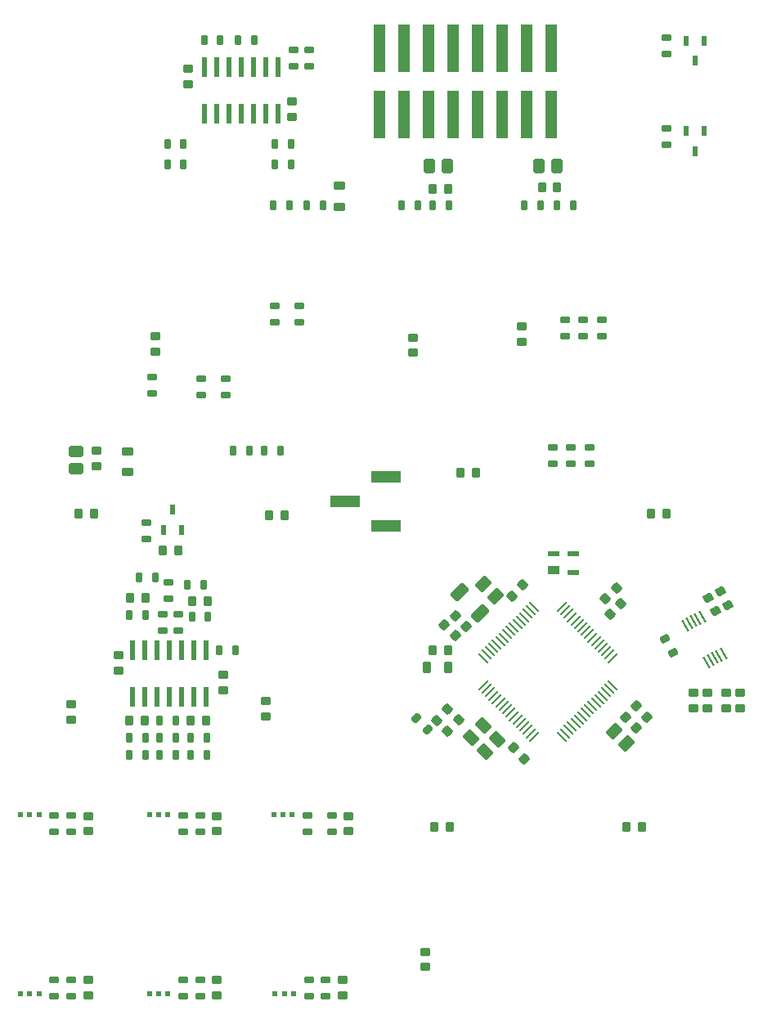
<source format=gbr>
G04 DipTrace 4.0.0.5*
G04 BottomPaste.gbr*
%MOIN*%
G04 #@! TF.FileFunction,Paste,Bot*
G04 #@! TF.Part,Single*
%AMOUTLINE2*
4,1,28,
0.009517,-0.019094,
-0.009517,-0.019094,
-0.011577,-0.018823,
-0.013377,-0.018078,
-0.014923,-0.016892,
-0.016109,-0.015346,
-0.016855,-0.013546,
-0.017126,-0.011485,
-0.017126,0.011485,
-0.016855,0.013546,
-0.016109,0.015346,
-0.014923,0.016892,
-0.013377,0.018078,
-0.011577,0.018823,
-0.009517,0.019094,
0.009517,0.019094,
0.011577,0.018823,
0.013377,0.018078,
0.014923,0.016892,
0.016109,0.015346,
0.016855,0.013546,
0.017126,0.011485,
0.017126,-0.011485,
0.016855,-0.013546,
0.016109,-0.015346,
0.014923,-0.016892,
0.013377,-0.018078,
0.011577,-0.018823,
0.009517,-0.019094,
0*%
%AMOUTLINE5*
4,1,28,
-0.009517,0.019094,
0.009517,0.019094,
0.011577,0.018823,
0.013377,0.018078,
0.014923,0.016892,
0.016109,0.015346,
0.016855,0.013546,
0.017126,0.011485,
0.017126,-0.011485,
0.016855,-0.013546,
0.016109,-0.015346,
0.014923,-0.016892,
0.013377,-0.018078,
0.011577,-0.018823,
0.009517,-0.019094,
-0.009517,-0.019094,
-0.011577,-0.018823,
-0.013377,-0.018078,
-0.014923,-0.016892,
-0.016109,-0.015346,
-0.016855,-0.013546,
-0.017126,-0.011485,
-0.017126,0.011485,
-0.016855,0.013546,
-0.016109,0.015346,
-0.014923,0.016892,
-0.013377,0.018078,
-0.011577,0.018823,
-0.009517,0.019094,
0*%
%AMOUTLINE8*
4,1,28,
0.028937,0.013848,
0.028937,-0.013847,
0.028653,-0.016009,
0.027868,-0.017904,
0.026619,-0.019531,
0.024992,-0.02078,
0.023097,-0.021565,
0.020935,-0.02185,
-0.020933,-0.021851,
-0.023096,-0.021566,
-0.024991,-0.020781,
-0.026618,-0.019533,
-0.027867,-0.017906,
-0.028652,-0.016011,
-0.028937,-0.013848,
-0.028937,0.013847,
-0.028653,0.016009,
-0.027868,0.017904,
-0.026619,0.019531,
-0.024992,0.02078,
-0.023097,0.021565,
-0.020935,0.02185,
0.020933,0.021851,
0.023096,0.021566,
0.024991,0.020781,
0.026618,0.019533,
0.027867,0.017906,
0.028652,0.016011,
0.028937,0.013848,
0*%
%AMOUTLINE11*
4,1,28,
-0.028937,-0.013848,
-0.028937,0.013847,
-0.028653,0.016009,
-0.027868,0.017904,
-0.026619,0.019531,
-0.024992,0.02078,
-0.023097,0.021565,
-0.020935,0.02185,
0.020933,0.021851,
0.023096,0.021566,
0.024991,0.020781,
0.026618,0.019533,
0.027867,0.017906,
0.028652,0.016011,
0.028937,0.013848,
0.028937,-0.013847,
0.028653,-0.016009,
0.027868,-0.017904,
0.026619,-0.019531,
0.024992,-0.02078,
0.023097,-0.021565,
0.020935,-0.02185,
-0.020933,-0.021851,
-0.023096,-0.021566,
-0.024991,-0.020781,
-0.026618,-0.019533,
-0.027867,-0.017906,
-0.028652,-0.016011,
-0.028937,-0.013848,
0*%
%AMOUTLINE14*
4,1,28,
-0.019094,-0.009517,
-0.019095,0.009516,
-0.018823,0.011577,
-0.018078,0.013377,
-0.016892,0.014923,
-0.015346,0.016109,
-0.013546,0.016854,
-0.011485,0.017126,
0.011485,0.017126,
0.013546,0.016855,
0.015346,0.016109,
0.016891,0.014923,
0.018077,0.013378,
0.018823,0.011578,
0.019094,0.009517,
0.019095,-0.009516,
0.018823,-0.011577,
0.018078,-0.013377,
0.016892,-0.014923,
0.015346,-0.016109,
0.013546,-0.016854,
0.011485,-0.017126,
-0.011485,-0.017126,
-0.013546,-0.016855,
-0.015346,-0.016109,
-0.016891,-0.014923,
-0.018077,-0.013378,
-0.018823,-0.011578,
-0.019094,-0.009517,
0*%
%AMOUTLINE17*
4,1,28,
0.019094,0.009517,
0.019095,-0.009516,
0.018823,-0.011577,
0.018078,-0.013377,
0.016892,-0.014923,
0.015346,-0.016109,
0.013546,-0.016854,
0.011485,-0.017126,
-0.011485,-0.017126,
-0.013546,-0.016855,
-0.015346,-0.016109,
-0.016891,-0.014923,
-0.018077,-0.013378,
-0.018823,-0.011578,
-0.019094,-0.009517,
-0.019095,0.009516,
-0.018823,0.011577,
-0.018078,0.013377,
-0.016892,0.014923,
-0.015346,0.016109,
-0.013546,0.016854,
-0.011485,0.017126,
0.011485,0.017126,
0.013546,0.016855,
0.015346,0.016109,
0.016891,0.014923,
0.018077,0.013378,
0.018823,0.011578,
0.019094,0.009517,
0*%
%AMOUTLINE23*
4,1,28,
-0.011778,-0.017789,
-0.021295,-0.001306,
-0.02209,0.000615,
-0.022344,0.002546,
-0.02209,0.004478,
-0.021344,0.006278,
-0.020158,0.007824,
-0.018509,0.009089,
0.001383,0.020574,
0.003304,0.021369,
0.005235,0.021624,
0.007167,0.021369,
0.008967,0.020624,
0.010513,0.019438,
0.011778,0.017789,
0.021295,0.001306,
0.02209,-0.000615,
0.022344,-0.002546,
0.02209,-0.004478,
0.021344,-0.006278,
0.020158,-0.007824,
0.018509,-0.009089,
-0.001383,-0.020574,
-0.003304,-0.021369,
-0.005235,-0.021624,
-0.007167,-0.021369,
-0.008967,-0.020624,
-0.010513,-0.019438,
-0.011778,-0.017789,
0*%
%AMOUTLINE26*
4,1,28,
0.011778,0.017789,
0.021295,0.001306,
0.02209,-0.000615,
0.022344,-0.002546,
0.02209,-0.004478,
0.021344,-0.006278,
0.020158,-0.007824,
0.018509,-0.009089,
-0.001383,-0.020574,
-0.003304,-0.021369,
-0.005235,-0.021624,
-0.007167,-0.021369,
-0.008967,-0.020624,
-0.010513,-0.019438,
-0.011778,-0.017789,
-0.021295,-0.001306,
-0.02209,0.000615,
-0.022344,0.002546,
-0.02209,0.004478,
-0.021344,0.006278,
-0.020158,0.007824,
-0.018509,0.009089,
0.001383,0.020574,
0.003304,0.021369,
0.005235,0.021624,
0.007167,0.021369,
0.008967,0.020624,
0.010513,0.019438,
0.011778,0.017789,
0*%
%AMOUTLINE29*
4,1,28,
-0.01067,-0.030253,
-0.030253,-0.01067,
-0.031581,-0.00894,
-0.032366,-0.007045,
-0.032634,-0.005011,
-0.032366,-0.002977,
-0.031581,-0.001082,
-0.030253,0.000648,
-0.000648,0.030253,
0.001082,0.031581,
0.002977,0.032366,
0.005011,0.032634,
0.007045,0.032366,
0.00894,0.031581,
0.01067,0.030253,
0.030253,0.01067,
0.031581,0.00894,
0.032366,0.007045,
0.032634,0.005011,
0.032366,0.002977,
0.031581,0.001082,
0.030253,-0.000648,
0.000648,-0.030253,
-0.001082,-0.031581,
-0.002977,-0.032366,
-0.005011,-0.032634,
-0.007045,-0.032366,
-0.00894,-0.031581,
-0.01067,-0.030253,
0*%
%AMOUTLINE32*
4,1,28,
0.01067,0.030253,
0.030253,0.01067,
0.031581,0.00894,
0.032366,0.007045,
0.032634,0.005011,
0.032366,0.002977,
0.031581,0.001082,
0.030253,-0.000648,
0.000648,-0.030253,
-0.001082,-0.031581,
-0.002977,-0.032366,
-0.005011,-0.032634,
-0.007045,-0.032366,
-0.00894,-0.031581,
-0.01067,-0.030253,
-0.030253,-0.01067,
-0.031581,-0.00894,
-0.032366,-0.007045,
-0.032634,-0.005011,
-0.032366,-0.002977,
-0.031581,-0.001082,
-0.030253,0.000648,
-0.000648,0.030253,
0.001082,0.031581,
0.002977,0.032366,
0.005011,0.032634,
0.007045,0.032366,
0.00894,0.031581,
0.01067,0.030253,
0*%
%AMOUTLINE35*
4,1,28,
0.020231,-0.006773,
0.006773,-0.020231,
0.005124,-0.021496,
0.003324,-0.022242,
0.001392,-0.022496,
-0.00054,-0.022242,
-0.00234,-0.021496,
-0.003989,-0.020231,
-0.020231,-0.003989,
-0.021496,-0.00234,
-0.022242,-0.00054,
-0.022496,0.001392,
-0.022242,0.003324,
-0.021496,0.005124,
-0.020231,0.006773,
-0.006773,0.020231,
-0.005124,0.021496,
-0.003324,0.022242,
-0.001392,0.022496,
0.00054,0.022242,
0.00234,0.021496,
0.003989,0.020231,
0.020231,0.003989,
0.021496,0.00234,
0.022242,0.00054,
0.022496,-0.001392,
0.022242,-0.003324,
0.021496,-0.005124,
0.020231,-0.006773,
0*%
%AMOUTLINE38*
4,1,28,
-0.020231,0.006773,
-0.006773,0.020231,
-0.005124,0.021496,
-0.003324,0.022242,
-0.001392,0.022496,
0.00054,0.022242,
0.00234,0.021496,
0.003989,0.020231,
0.020231,0.003989,
0.021496,0.00234,
0.022242,0.00054,
0.022496,-0.001392,
0.022242,-0.003324,
0.021496,-0.005124,
0.020231,-0.006773,
0.006773,-0.020231,
0.005124,-0.021496,
0.003324,-0.022242,
0.001392,-0.022496,
-0.00054,-0.022242,
-0.00234,-0.021496,
-0.003989,-0.020231,
-0.020231,-0.003989,
-0.021496,-0.00234,
-0.022242,-0.00054,
-0.022496,0.001392,
-0.022242,0.003324,
-0.021496,0.005124,
-0.020231,0.006773,
0*%
%AMOUTLINE41*
4,1,28,
-0.006772,-0.020231,
-0.020231,-0.006773,
-0.021496,-0.005124,
-0.022242,-0.003324,
-0.022496,-0.001392,
-0.022242,0.000539,
-0.021496,0.002339,
-0.020231,0.003988,
-0.003989,0.020231,
-0.00234,0.021496,
-0.00054,0.022242,
0.001391,0.022496,
0.003323,0.022242,
0.005123,0.021497,
0.006772,0.020231,
0.020231,0.006773,
0.021496,0.005124,
0.022242,0.003324,
0.022496,0.001392,
0.022242,-0.000539,
0.021496,-0.002339,
0.020231,-0.003988,
0.003989,-0.020231,
0.00234,-0.021496,
0.00054,-0.022242,
-0.001391,-0.022496,
-0.003323,-0.022242,
-0.005123,-0.021497,
-0.006772,-0.020231,
0*%
%AMOUTLINE44*
4,1,28,
0.006772,0.020231,
0.020231,0.006773,
0.021496,0.005124,
0.022242,0.003324,
0.022496,0.001392,
0.022242,-0.000539,
0.021496,-0.002339,
0.020231,-0.003988,
0.003989,-0.020231,
0.00234,-0.021496,
0.00054,-0.022242,
-0.001391,-0.022496,
-0.003323,-0.022242,
-0.005123,-0.021497,
-0.006772,-0.020231,
-0.020231,-0.006773,
-0.021496,-0.005124,
-0.022242,-0.003324,
-0.022496,-0.001392,
-0.022242,0.000539,
-0.021496,0.002339,
-0.020231,0.003988,
-0.003989,0.020231,
-0.00234,0.021496,
-0.00054,0.022242,
0.001391,0.022496,
0.003323,0.022242,
0.005123,0.021497,
0.006772,0.020231,
0*%
%AMOUTLINE47*
4,1,28,
-0.030253,0.01067,
-0.01067,0.030253,
-0.00894,0.031581,
-0.007045,0.032366,
-0.005011,0.032634,
-0.002977,0.032366,
-0.001082,0.031581,
0.000648,0.030253,
0.030253,0.000648,
0.031581,-0.001082,
0.032366,-0.002977,
0.032634,-0.005011,
0.032366,-0.007045,
0.031581,-0.00894,
0.030253,-0.01067,
0.01067,-0.030253,
0.00894,-0.031581,
0.007045,-0.032366,
0.005011,-0.032634,
0.002977,-0.032366,
0.001082,-0.031581,
-0.000648,-0.030253,
-0.030253,-0.000648,
-0.031581,0.001082,
-0.032366,0.002977,
-0.032634,0.005011,
-0.032366,0.007045,
-0.031581,0.00894,
-0.030253,0.01067,
0*%
%AMOUTLINE50*
4,1,28,
0.030253,-0.01067,
0.01067,-0.030253,
0.00894,-0.031581,
0.007045,-0.032366,
0.005011,-0.032634,
0.002977,-0.032366,
0.001082,-0.031581,
-0.000648,-0.030253,
-0.030253,-0.000648,
-0.031581,0.001082,
-0.032366,0.002977,
-0.032634,0.005011,
-0.032366,0.007045,
-0.031581,0.00894,
-0.030253,0.01067,
-0.01067,0.030253,
-0.00894,0.031581,
-0.007045,0.032366,
-0.005011,0.032634,
-0.002977,0.032366,
-0.001082,0.031581,
0.000648,0.030253,
0.030253,0.000648,
0.031581,-0.001082,
0.032366,-0.002977,
0.032634,-0.005011,
0.032366,-0.007045,
0.031581,-0.00894,
0.030253,-0.01067,
0*%
%AMOUTLINE53*
4,1,28,
0.014844,0.035822,
0.03582,0.014847,
0.037148,0.013117,
0.037933,0.011222,
0.038201,0.009188,
0.037933,0.007155,
0.037149,0.00526,
0.035821,0.003529,
-0.003526,-0.035821,
-0.005257,-0.037149,
-0.007152,-0.037934,
-0.009185,-0.038202,
-0.011219,-0.037934,
-0.013114,-0.037149,
-0.014844,-0.035822,
-0.03582,-0.014847,
-0.037148,-0.013117,
-0.037933,-0.011222,
-0.038201,-0.009188,
-0.037933,-0.007155,
-0.037149,-0.00526,
-0.035821,-0.003529,
0.003526,0.035821,
0.005257,0.037149,
0.007152,0.037934,
0.009185,0.038202,
0.011219,0.037934,
0.013114,0.037149,
0.014844,0.035822,
0*%
%AMOUTLINE56*
4,1,28,
-0.014844,-0.035822,
-0.03582,-0.014847,
-0.037148,-0.013117,
-0.037933,-0.011222,
-0.038201,-0.009188,
-0.037933,-0.007155,
-0.037149,-0.00526,
-0.035821,-0.003529,
0.003526,0.035821,
0.005257,0.037149,
0.007152,0.037934,
0.009185,0.038202,
0.011219,0.037934,
0.013114,0.037149,
0.014844,0.035822,
0.03582,0.014847,
0.037148,0.013117,
0.037933,0.011222,
0.038201,0.009188,
0.037933,0.007155,
0.037149,0.00526,
0.035821,0.003529,
-0.003526,-0.035821,
-0.005257,-0.037149,
-0.007152,-0.037934,
-0.009185,-0.038202,
-0.011219,-0.037934,
-0.013114,-0.037149,
-0.014844,-0.035822,
0*%
%AMOUTLINE59*
4,1,28,
0.013847,-0.028937,
-0.013847,-0.028937,
-0.01601,-0.028652,
-0.017905,-0.027867,
-0.019532,-0.026619,
-0.020781,-0.024991,
-0.021566,-0.023097,
-0.02185,-0.020934,
-0.02185,0.020934,
-0.021566,0.023097,
-0.020781,0.024991,
-0.019532,0.026619,
-0.017905,0.027867,
-0.01601,0.028652,
-0.013847,0.028937,
0.013847,0.028937,
0.01601,0.028652,
0.017905,0.027867,
0.019532,0.026619,
0.020781,0.024991,
0.021566,0.023097,
0.02185,0.020934,
0.02185,-0.020934,
0.021566,-0.023097,
0.020781,-0.024991,
0.019532,-0.026619,
0.017905,-0.027867,
0.01601,-0.028652,
0.013847,-0.028937,
0*%
%AMOUTLINE62*
4,1,28,
-0.013847,0.028937,
0.013847,0.028937,
0.01601,0.028652,
0.017905,0.027867,
0.019532,0.026619,
0.020781,0.024991,
0.021566,0.023097,
0.02185,0.020934,
0.02185,-0.020934,
0.021566,-0.023097,
0.020781,-0.024991,
0.019532,-0.026619,
0.017905,-0.027867,
0.01601,-0.028652,
0.013847,-0.028937,
-0.013847,-0.028937,
-0.01601,-0.028652,
-0.017905,-0.027867,
-0.019532,-0.026619,
-0.020781,-0.024991,
-0.021566,-0.023097,
-0.02185,-0.020934,
-0.02185,0.020934,
-0.021566,0.023097,
-0.020781,0.024991,
-0.019532,0.026619,
-0.017905,0.027867,
-0.01601,0.028652,
-0.013847,0.028937,
0*%
%AMOUTLINE65*
4,1,28,
-0.005973,0.021457,
0.005973,0.021457,
0.007117,0.021306,
0.008062,0.020915,
0.008874,0.020292,
0.009497,0.01948,
0.009889,0.018534,
0.010039,0.017391,
0.010039,-0.017391,
0.009889,-0.018534,
0.009497,-0.01948,
0.008874,-0.020292,
0.008062,-0.020915,
0.007117,-0.021306,
0.005973,-0.021457,
-0.005973,-0.021457,
-0.007117,-0.021306,
-0.008062,-0.020915,
-0.008874,-0.020292,
-0.009497,-0.01948,
-0.009889,-0.018534,
-0.010039,-0.017391,
-0.010039,0.017391,
-0.009889,0.018534,
-0.009497,0.01948,
-0.008874,0.020292,
-0.008062,0.020915,
-0.007117,0.021306,
-0.005973,0.021457,
0*%
%AMOUTLINE68*
4,1,28,
0.005973,-0.021457,
-0.005973,-0.021457,
-0.007117,-0.021306,
-0.008062,-0.020915,
-0.008874,-0.020292,
-0.009497,-0.01948,
-0.009889,-0.018534,
-0.010039,-0.017391,
-0.010039,0.017391,
-0.009889,0.018534,
-0.009497,0.01948,
-0.008874,0.020292,
-0.008062,0.020915,
-0.007117,0.021306,
-0.005973,0.021457,
0.005973,0.021457,
0.007117,0.021306,
0.008062,0.020915,
0.008874,0.020292,
0.009497,0.01948,
0.009889,0.018534,
0.010039,0.017391,
0.010039,-0.017391,
0.009889,-0.018534,
0.009497,-0.01948,
0.008874,-0.020292,
0.008062,-0.020915,
0.007117,-0.021306,
0.005973,-0.021457,
0*%
%AMOUTLINE71*
4,1,4,
-0.022271,-0.016704,
0.016703,0.022272,
0.022271,0.016704,
-0.016703,-0.022272,
-0.022271,-0.016704,
0*%
%AMOUTLINE74*
4,1,4,
-0.022272,0.016703,
-0.016704,0.022271,
0.022272,-0.016703,
0.016704,-0.022271,
-0.022272,0.016703,
0*%
%AMOUTLINE77*
4,1,4,
0.009386,-0.024131,
-0.016205,0.020194,
-0.009386,0.024131,
0.016205,-0.020194,
0.009386,-0.024131,
0*%
%AMOUTLINE80*
4,1,28,
-0.023819,-0.009123,
-0.023819,0.009123,
-0.023561,0.011082,
-0.022855,0.012787,
-0.021731,0.014251,
-0.020267,0.015374,
-0.018562,0.016081,
-0.016603,0.016339,
0.016603,0.016339,
0.018562,0.016081,
0.020267,0.015374,
0.021731,0.014251,
0.022855,0.012787,
0.023561,0.011082,
0.023819,0.009123,
0.023819,-0.009123,
0.023561,-0.011082,
0.022855,-0.012787,
0.021731,-0.014251,
0.020267,-0.015374,
0.018562,-0.016081,
0.016603,-0.016339,
-0.016603,-0.016339,
-0.018562,-0.016081,
-0.020267,-0.015374,
-0.021731,-0.014251,
-0.022855,-0.012787,
-0.023561,-0.011082,
-0.023819,-0.009123,
0*%
%AMOUTLINE83*
4,1,28,
0.023819,0.009123,
0.023819,-0.009123,
0.023561,-0.011082,
0.022855,-0.012787,
0.021731,-0.014251,
0.020267,-0.015374,
0.018562,-0.016081,
0.016603,-0.016339,
-0.016603,-0.016339,
-0.018562,-0.016081,
-0.020267,-0.015374,
-0.021731,-0.014251,
-0.022855,-0.012787,
-0.023561,-0.011082,
-0.023819,-0.009123,
-0.023819,0.009123,
-0.023561,0.011082,
-0.022855,0.012787,
-0.021731,0.014251,
-0.020267,0.015374,
-0.018562,0.016081,
-0.016603,0.016339,
0.016603,0.016339,
0.018562,0.016081,
0.020267,0.015374,
0.021731,0.014251,
0.022855,0.012787,
0.023561,0.011082,
0.023819,0.009123,
0*%
%AMOUTLINE86*
4,1,28,
0.009123,-0.023819,
-0.009123,-0.023819,
-0.011082,-0.023561,
-0.012787,-0.022855,
-0.014251,-0.021731,
-0.015374,-0.020267,
-0.016081,-0.018562,
-0.016339,-0.016603,
-0.016339,0.016603,
-0.016081,0.018562,
-0.015374,0.020267,
-0.014251,0.021731,
-0.012787,0.022855,
-0.011082,0.023561,
-0.009123,0.023819,
0.009123,0.023819,
0.011082,0.023561,
0.012787,0.022855,
0.014251,0.021731,
0.015374,0.020267,
0.016081,0.018562,
0.016339,0.016603,
0.016339,-0.016603,
0.016081,-0.018562,
0.015374,-0.020267,
0.014251,-0.021731,
0.012787,-0.022855,
0.011082,-0.023561,
0.009123,-0.023819,
0*%
%AMOUTLINE89*
4,1,28,
-0.009123,0.023819,
0.009123,0.023819,
0.011082,0.023561,
0.012787,0.022855,
0.014251,0.021731,
0.015374,0.020267,
0.016081,0.018562,
0.016339,0.016603,
0.016339,-0.016603,
0.016081,-0.018562,
0.015374,-0.020267,
0.014251,-0.021731,
0.012787,-0.022855,
0.011082,-0.023561,
0.009123,-0.023819,
-0.009123,-0.023819,
-0.011082,-0.023561,
-0.012787,-0.022855,
-0.014251,-0.021731,
-0.015374,-0.020267,
-0.016081,-0.018562,
-0.016339,-0.016603,
-0.016339,0.016603,
-0.016081,0.018562,
-0.015374,0.020267,
-0.014251,0.021731,
-0.012787,0.022855,
-0.011082,0.023561,
-0.009123,0.023819,
0*%
%AMOUTLINE92*
4,1,28,
0.019094,0.008336,
0.019094,-0.008336,
0.018863,-0.010091,
0.018236,-0.011606,
0.017237,-0.012907,
0.015936,-0.013905,
0.014421,-0.014533,
0.012666,-0.014764,
-0.012666,-0.014764,
-0.014421,-0.014533,
-0.015936,-0.013905,
-0.017237,-0.012907,
-0.018236,-0.011606,
-0.018863,-0.010091,
-0.019094,-0.008336,
-0.019094,0.008336,
-0.018863,0.010091,
-0.018236,0.011606,
-0.017237,0.012907,
-0.015936,0.013905,
-0.014421,0.014533,
-0.012666,0.014764,
0.012666,0.014764,
0.014421,0.014533,
0.015936,0.013905,
0.017237,0.012907,
0.018236,0.011606,
0.018863,0.010091,
0.019094,0.008336,
0*%
%AMOUTLINE95*
4,1,28,
-0.019094,-0.008336,
-0.019094,0.008336,
-0.018863,0.010091,
-0.018236,0.011606,
-0.017237,0.012907,
-0.015936,0.013905,
-0.014421,0.014533,
-0.012666,0.014764,
0.012666,0.014764,
0.014421,0.014533,
0.015936,0.013905,
0.017237,0.012907,
0.018236,0.011606,
0.018863,0.010091,
0.019094,0.008336,
0.019094,-0.008336,
0.018863,-0.010091,
0.018236,-0.011606,
0.017237,-0.012907,
0.015936,-0.013905,
0.014421,-0.014533,
0.012666,-0.014764,
-0.012666,-0.014764,
-0.014421,-0.014533,
-0.015936,-0.013905,
-0.017237,-0.012907,
-0.018236,-0.011606,
-0.018863,-0.010091,
-0.019094,-0.008336,
0*%
%AMOUTLINE98*
4,1,28,
0.005776,-0.02126,
-0.005776,-0.02126,
-0.007022,-0.021096,
-0.008062,-0.020665,
-0.008956,-0.019979,
-0.009641,-0.019086,
-0.010072,-0.018046,
-0.010236,-0.0168,
-0.010236,0.0168,
-0.010072,0.018046,
-0.009641,0.019086,
-0.008956,0.019979,
-0.008062,0.020665,
-0.007022,0.021096,
-0.005776,0.02126,
0.005776,0.02126,
0.007022,0.021096,
0.008062,0.020665,
0.008956,0.019979,
0.009641,0.019086,
0.010072,0.018046,
0.010236,0.0168,
0.010236,-0.0168,
0.010072,-0.018046,
0.009641,-0.019086,
0.008956,-0.019979,
0.008062,-0.020665,
0.007022,-0.021096,
0.005776,-0.02126,
0*%
%AMOUTLINE101*
4,1,28,
-0.005776,0.02126,
0.005776,0.02126,
0.007022,0.021096,
0.008062,0.020665,
0.008956,0.019979,
0.009641,0.019086,
0.010072,0.018046,
0.010236,0.0168,
0.010236,-0.0168,
0.010072,-0.018046,
0.009641,-0.019086,
0.008956,-0.019979,
0.008062,-0.020665,
0.007022,-0.021096,
0.005776,-0.02126,
-0.005776,-0.02126,
-0.007022,-0.021096,
-0.008062,-0.020665,
-0.008956,-0.019979,
-0.009641,-0.019086,
-0.010072,-0.018046,
-0.010236,-0.0168,
-0.010236,0.0168,
-0.010072,0.018046,
-0.009641,0.019086,
-0.008956,0.019979,
-0.008062,0.020665,
-0.007022,0.021096,
-0.005776,0.02126,
0*%
%AMOUTLINE104*
4,1,28,
-0.008336,0.019094,
0.008336,0.019094,
0.010091,0.018863,
0.011606,0.018236,
0.012907,0.017237,
0.013905,0.015936,
0.014533,0.014421,
0.014764,0.012666,
0.014764,-0.012666,
0.014533,-0.014421,
0.013905,-0.015936,
0.012907,-0.017237,
0.011606,-0.018236,
0.010091,-0.018863,
0.008336,-0.019094,
-0.008336,-0.019094,
-0.010091,-0.018863,
-0.011606,-0.018236,
-0.012907,-0.017237,
-0.013905,-0.015936,
-0.014533,-0.014421,
-0.014764,-0.012666,
-0.014764,0.012666,
-0.014533,0.014421,
-0.013905,0.015936,
-0.012907,0.017237,
-0.011606,0.018236,
-0.010091,0.018863,
-0.008336,0.019094,
0*%
%AMOUTLINE107*
4,1,28,
0.008336,-0.019094,
-0.008336,-0.019094,
-0.010091,-0.018863,
-0.011606,-0.018236,
-0.012907,-0.017237,
-0.013905,-0.015936,
-0.014533,-0.014421,
-0.014764,-0.012666,
-0.014764,0.012666,
-0.014533,0.014421,
-0.013905,0.015936,
-0.012907,0.017237,
-0.011606,0.018236,
-0.010091,0.018863,
-0.008336,0.019094,
0.008336,0.019094,
0.010091,0.018863,
0.011606,0.018236,
0.012907,0.017237,
0.013905,0.015936,
0.014533,0.014421,
0.014764,0.012666,
0.014764,-0.012666,
0.014533,-0.014421,
0.013905,-0.015936,
0.012907,-0.017237,
0.011606,-0.018236,
0.010091,-0.018863,
0.008336,-0.019094,
0*%
%AMOUTLINE110*
4,1,28,
0.007608,0.019396,
0.019396,0.007608,
0.020474,0.006203,
0.021101,0.004688,
0.021315,0.003062,
0.021101,0.001436,
0.020474,-0.000079,
0.019396,-0.001483,
0.001483,-0.019396,
0.000079,-0.020474,
-0.001436,-0.021101,
-0.003062,-0.021315,
-0.004688,-0.021101,
-0.006203,-0.020474,
-0.007608,-0.019396,
-0.019396,-0.007608,
-0.020474,-0.006203,
-0.021101,-0.004688,
-0.021315,-0.003062,
-0.021101,-0.001436,
-0.020474,0.000079,
-0.019396,0.001483,
-0.001483,0.019396,
-0.000079,0.020474,
0.001436,0.021101,
0.003062,0.021315,
0.004688,0.021101,
0.006203,0.020474,
0.007608,0.019396,
0*%
%AMOUTLINE113*
4,1,28,
-0.007608,-0.019396,
-0.019396,-0.007608,
-0.020474,-0.006203,
-0.021101,-0.004688,
-0.021315,-0.003062,
-0.021101,-0.001436,
-0.020474,0.000079,
-0.019396,0.001483,
-0.001483,0.019396,
-0.000079,0.020474,
0.001436,0.021101,
0.003062,0.021315,
0.004688,0.021101,
0.006203,0.020474,
0.007608,0.019396,
0.019396,0.007608,
0.020474,0.006203,
0.021101,0.004688,
0.021315,0.003062,
0.021101,0.001436,
0.020474,-0.000079,
0.019396,-0.001483,
0.001483,-0.019396,
0.000079,-0.020474,
-0.001436,-0.021101,
-0.003062,-0.021315,
-0.004688,-0.021101,
-0.006203,-0.020474,
-0.007608,-0.019396,
0*%
%AMOUTLINE116*
4,1,28,
0.012369,0.016766,
0.020704,0.002328,
0.021381,0.000693,
0.021596,-0.000933,
0.021381,-0.002559,
0.020754,-0.004074,
0.019756,-0.005375,
0.018351,-0.006453,
-0.003587,-0.019119,
-0.005223,-0.019796,
-0.006849,-0.02001,
-0.008475,-0.019796,
-0.00999,-0.019169,
-0.011291,-0.01817,
-0.012369,-0.016766,
-0.020704,-0.002328,
-0.021381,-0.000693,
-0.021596,0.000933,
-0.021381,0.002559,
-0.020754,0.004074,
-0.019756,0.005375,
-0.018351,0.006453,
0.003587,0.019119,
0.005223,0.019796,
0.006849,0.02001,
0.008475,0.019796,
0.00999,0.019169,
0.011291,0.01817,
0.012369,0.016766,
0*%
%AMOUTLINE119*
4,1,28,
-0.012369,-0.016766,
-0.020704,-0.002328,
-0.021381,-0.000693,
-0.021596,0.000933,
-0.021381,0.002559,
-0.020754,0.004074,
-0.019756,0.005375,
-0.018351,0.006453,
0.003587,0.019119,
0.005223,0.019796,
0.006849,0.02001,
0.008475,0.019796,
0.00999,0.019169,
0.011291,0.01817,
0.012369,0.016766,
0.020704,0.002328,
0.021381,0.000693,
0.021596,-0.000933,
0.021381,-0.002559,
0.020754,-0.004074,
0.019756,-0.005375,
0.018351,-0.006453,
-0.003587,-0.019119,
-0.005223,-0.019796,
-0.006849,-0.02001,
-0.008475,-0.019796,
-0.00999,-0.019169,
-0.011291,-0.01817,
-0.012369,-0.016766,
0*%
%AMOUTLINE122*
4,1,28,
0.005973,-0.039173,
-0.005973,-0.039173,
-0.007219,-0.039009,
-0.008259,-0.038578,
-0.009153,-0.037893,
-0.009838,-0.036999,
-0.010269,-0.035959,
-0.010433,-0.034714,
-0.010433,0.034714,
-0.010269,0.035959,
-0.009838,0.036999,
-0.009153,0.037893,
-0.008259,0.038578,
-0.007219,0.039009,
-0.005973,0.039173,
0.005973,0.039173,
0.007219,0.039009,
0.008259,0.038578,
0.009153,0.037893,
0.009838,0.036999,
0.010269,0.035959,
0.010433,0.034714,
0.010433,-0.034714,
0.010269,-0.035959,
0.009838,-0.036999,
0.009153,-0.037893,
0.008259,-0.038578,
0.007219,-0.039009,
0.005973,-0.039173,
0*%
%AMOUTLINE125*
4,1,28,
-0.005973,0.039173,
0.005973,0.039173,
0.007219,0.039009,
0.008259,0.038578,
0.009153,0.037893,
0.009838,0.036999,
0.010269,0.035959,
0.010433,0.034714,
0.010433,-0.034714,
0.010269,-0.035959,
0.009838,-0.036999,
0.009153,-0.037893,
0.008259,-0.038578,
0.007219,-0.039009,
0.005973,-0.039173,
-0.005973,-0.039173,
-0.007219,-0.039009,
-0.008259,-0.038578,
-0.009153,-0.037893,
-0.009838,-0.036999,
-0.010269,-0.035959,
-0.010433,-0.034714,
-0.010433,0.034714,
-0.010269,0.035959,
-0.009838,0.036999,
-0.009153,0.037893,
-0.008259,0.038578,
-0.007219,0.039009,
-0.005973,0.039173,
0*%
%AMOUTLINE128*
4,1,28,
0.00558,-0.01063,
-0.005579,-0.01063,
-0.006723,-0.01048,
-0.007668,-0.010088,
-0.00848,-0.009465,
-0.009103,-0.008653,
-0.009495,-0.007708,
-0.009646,-0.006564,
-0.009646,0.006564,
-0.009495,0.007707,
-0.009104,0.008653,
-0.008481,0.009465,
-0.007669,0.010088,
-0.006723,0.010479,
-0.00558,0.01063,
0.005579,0.01063,
0.006723,0.01048,
0.007668,0.010088,
0.00848,0.009465,
0.009103,0.008653,
0.009495,0.007708,
0.009646,0.006564,
0.009646,-0.006564,
0.009495,-0.007707,
0.009104,-0.008653,
0.008481,-0.009465,
0.007669,-0.010088,
0.006723,-0.010479,
0.00558,-0.01063,
0*%
%AMOUTLINE131*
4,1,28,
-0.00558,0.01063,
0.005579,0.01063,
0.006723,0.01048,
0.007668,0.010088,
0.00848,0.009465,
0.009103,0.008653,
0.009495,0.007708,
0.009646,0.006564,
0.009646,-0.006564,
0.009495,-0.007707,
0.009104,-0.008653,
0.008481,-0.009465,
0.007669,-0.010088,
0.006723,-0.010479,
0.00558,-0.01063,
-0.005579,-0.01063,
-0.006723,-0.01048,
-0.007668,-0.010088,
-0.00848,-0.009465,
-0.009103,-0.008653,
-0.009495,-0.007708,
-0.009646,-0.006564,
-0.009646,0.006564,
-0.009495,0.007707,
-0.009104,0.008653,
-0.008481,0.009465,
-0.007669,0.010088,
-0.006723,0.010479,
-0.00558,0.01063,
0*%
%AMOUTLINE134*
4,1,28,
0.023622,0.010305,
0.023622,-0.010303,
0.023338,-0.012466,
0.022553,-0.014361,
0.021304,-0.015988,
0.019677,-0.017237,
0.017782,-0.018022,
0.01562,-0.018306,
-0.015618,-0.018308,
-0.017781,-0.018023,
-0.019676,-0.017238,
-0.021303,-0.01599,
-0.022552,-0.014363,
-0.023337,-0.012468,
-0.023622,-0.010305,
-0.023622,0.010303,
-0.023338,0.012466,
-0.022553,0.014361,
-0.021304,0.015988,
-0.019677,0.017237,
-0.017782,0.018022,
-0.01562,0.018306,
0.015618,0.018308,
0.017781,0.018023,
0.019676,0.017238,
0.021303,0.01599,
0.022552,0.014363,
0.023337,0.012468,
0.023622,0.010305,
0*%
%AMOUTLINE137*
4,1,28,
0.023622,0.006171,
0.023622,-0.006169,
0.023458,-0.007415,
0.023027,-0.008455,
0.022342,-0.009349,
0.021449,-0.010034,
0.020408,-0.010465,
0.019163,-0.010629,
-0.019162,-0.010631,
-0.020407,-0.010467,
-0.021448,-0.010036,
-0.022341,-0.00935,
-0.023027,-0.008457,
-0.023458,-0.007417,
-0.023622,-0.006171,
-0.023622,0.006169,
-0.023458,0.007415,
-0.023027,0.008455,
-0.022342,0.009349,
-0.021449,0.010034,
-0.020408,0.010465,
-0.019163,0.010629,
0.019162,0.010631,
0.020407,0.010467,
0.021448,0.010036,
0.022341,0.00935,
0.023027,0.008457,
0.023458,0.007417,
0.023622,0.006171,
0*%
%AMOUTLINE140*
4,1,28,
-0.023622,-0.006171,
-0.023622,0.006169,
-0.023458,0.007415,
-0.023027,0.008455,
-0.022342,0.009349,
-0.021449,0.010034,
-0.020408,0.010465,
-0.019163,0.010629,
0.019162,0.010631,
0.020407,0.010467,
0.021448,0.010036,
0.022341,0.00935,
0.023027,0.008457,
0.023458,0.007417,
0.023622,0.006171,
0.023622,-0.006169,
0.023458,-0.007415,
0.023027,-0.008455,
0.022342,-0.009349,
0.021449,-0.010034,
0.020408,-0.010465,
0.019163,-0.010629,
-0.019162,-0.010631,
-0.020407,-0.010467,
-0.021448,-0.010036,
-0.022341,-0.00935,
-0.023027,-0.008457,
-0.023458,-0.007417,
-0.023622,-0.006171,
0*%
%ADD56R,0.046063X0.196063*%
%ADD61R,0.12126X0.046063*%
%ADD70OUTLINE2*%
%ADD73OUTLINE5*%
%ADD76OUTLINE8*%
%ADD79OUTLINE11*%
%ADD82OUTLINE14*%
%ADD85OUTLINE17*%
%ADD91OUTLINE23*%
%ADD94OUTLINE26*%
%ADD97OUTLINE29*%
%ADD100OUTLINE32*%
%ADD103OUTLINE35*%
%ADD106OUTLINE38*%
%ADD109OUTLINE41*%
%ADD112OUTLINE44*%
%ADD115OUTLINE47*%
%ADD118OUTLINE50*%
%ADD121OUTLINE53*%
%ADD124OUTLINE56*%
%ADD127OUTLINE59*%
%ADD130OUTLINE62*%
%ADD133OUTLINE65*%
%ADD136OUTLINE68*%
%ADD139OUTLINE71*%
%ADD142OUTLINE74*%
%ADD145OUTLINE77*%
%ADD148OUTLINE80*%
%ADD151OUTLINE83*%
%ADD154OUTLINE86*%
%ADD157OUTLINE89*%
%ADD160OUTLINE92*%
%ADD163OUTLINE95*%
%ADD166OUTLINE98*%
%ADD169OUTLINE101*%
%ADD172OUTLINE104*%
%ADD175OUTLINE107*%
%ADD178OUTLINE110*%
%ADD181OUTLINE113*%
%ADD184OUTLINE116*%
%ADD187OUTLINE119*%
%ADD190OUTLINE122*%
%ADD193OUTLINE125*%
%ADD196OUTLINE128*%
%ADD199OUTLINE131*%
%ADD202OUTLINE134*%
%ADD205OUTLINE137*%
%ADD208OUTLINE140*%
%FSLAX26Y26*%
G04*
G70*
G90*
G75*
G01*
G04 BotPaste*
%LPD*%
D82*
X1156248Y3187745D3*
D85*
X1156250Y3124753D3*
D82*
X2206248Y3181496D3*
D85*
X2206250Y3118504D3*
D70*
X843504Y2462498D3*
D73*
X906496Y2462499D3*
D70*
X1618504Y2456247D3*
D73*
X1681496Y2456248D3*
D85*
X2650001Y3162253D3*
D82*
X2649999Y3225245D3*
D70*
X2399753Y2631248D3*
D73*
X2462745Y2631250D3*
D70*
X3174753Y2462499D3*
D73*
X3237745Y2462500D3*
X2356496Y1187501D3*
D70*
X2293504Y1187499D3*
D73*
X3137745D3*
D70*
X3074753Y1187497D3*
D73*
X1114446Y2118748D3*
D70*
X1051454D3*
X1299754Y1618749D3*
D73*
X1362746D3*
D70*
X1306004Y2106095D3*
D73*
X1368996Y2106096D3*
X1112746Y1618749D3*
D70*
X1049754D3*
D82*
X812499Y1687745D3*
D85*
X812500Y1624753D3*
D82*
X1606248Y1700245D3*
D85*
X1606250Y1637253D3*
X881249Y1168504D3*
D82*
Y1231496D3*
Y562745D3*
D85*
Y499753D3*
D82*
X3348672Y1734021D3*
D85*
X3348674Y1671029D3*
D82*
X3404922Y1734021D3*
D85*
X3404923Y1671029D3*
D91*
X3409252Y2121027D3*
D94*
X3440748Y2066474D3*
D91*
X3459250Y2146027D3*
D94*
X3490746Y2091474D3*
D82*
X2256897Y678029D3*
D85*
Y615036D3*
D82*
X3483775Y1734021D3*
D85*
Y1671029D3*
D82*
X3540025Y1734021D3*
D85*
Y1671029D3*
X1406249Y1168504D3*
D82*
Y1231496D3*
Y562745D3*
D85*
Y499753D3*
D70*
X1187253Y2312500D3*
D73*
X1250245D3*
D97*
X3024945Y1575053D3*
D100*
X3075055Y1524943D3*
D103*
X3008978Y2052727D3*
D106*
X3053520Y2097269D3*
D109*
X3071478Y1634770D3*
D112*
X3116021Y1590229D3*
D103*
X2990229Y2115229D3*
D106*
X3034771Y2159771D3*
D109*
X3115229Y1678520D3*
D112*
X3159771Y1633978D3*
D115*
X2493804Y1600055D3*
D118*
X2443694Y1549945D3*
D112*
X2378521Y1965229D3*
D109*
X2333979Y2009771D3*
D106*
X2391020Y1622271D3*
D103*
X2346478Y1577729D3*
D73*
X2350245Y1906249D3*
D70*
X2287253D3*
D106*
X2347269Y1666019D3*
D103*
X2302727Y1621477D3*
D85*
X1943749Y1168504D3*
D82*
Y1231496D3*
X1918749Y562745D3*
D85*
Y499753D3*
D103*
X2608978Y2127728D3*
D106*
X2653520Y2172271D3*
D100*
X2543804Y2124945D3*
D97*
X2493694Y2175055D3*
D112*
X2422271Y2002729D3*
D109*
X2377729Y2047271D3*
D121*
X2479956Y2057547D3*
D124*
X2395044Y2142452D3*
D109*
X2614607Y1509148D3*
D112*
X2659150Y1464607D3*
D115*
X2550055Y1543804D3*
D118*
X2499945Y1493694D3*
D127*
X2720817Y3881249D3*
D130*
X2791683D3*
D70*
X2731004Y3793749D3*
D73*
X2793996D3*
X2350245Y3788152D3*
D70*
X2287253D3*
D130*
X2344733Y3881249D3*
D127*
X2273867D3*
D82*
X1431248Y1806496D3*
D85*
X1431250Y1743504D3*
X1287501Y4212253D3*
D82*
X1287499Y4275245D3*
X916946Y2718994D3*
D85*
Y2656002D3*
D79*
X831248Y2716681D3*
D76*
X831250Y2645815D3*
D85*
X1006251Y1824753D3*
D82*
X1006250Y1887745D3*
D85*
X1712500Y4081004D3*
D82*
Y4143996D3*
D133*
X1262400Y2396750D3*
X1187597D3*
D136*
X1224998Y2478246D3*
D61*
X2095175Y2612499D3*
X1929823Y2512496D3*
X2095179Y2412499D3*
D139*
X2811918Y2083220D3*
X2825838Y2069301D3*
X2839758Y2055382D3*
X2853678Y2041463D3*
X2867598Y2027544D3*
X2881518Y2013625D3*
X2895438Y1999706D3*
X2909358Y1985787D3*
X2923277Y1971868D3*
X2937197Y1957949D3*
X2951117Y1944030D3*
X2965037Y1930111D3*
X2978957Y1916192D3*
X2992877Y1902273D3*
X3006797Y1888354D3*
X3020716Y1874435D3*
D142*
X3020720Y1763080D3*
X3006801Y1749160D3*
X2992882Y1735240D3*
X2978963Y1721320D3*
X2965044Y1707400D3*
X2951125Y1693480D3*
X2937206Y1679560D3*
X2923287Y1665641D3*
X2909368Y1651721D3*
X2895449Y1637801D3*
X2881530Y1623881D3*
X2867611Y1609961D3*
X2853692Y1596041D3*
X2839773Y1582121D3*
X2825854Y1568202D3*
X2811935Y1554282D3*
D139*
X2700580Y1554278D3*
X2686660Y1568197D3*
X2672740Y1582116D3*
X2658820Y1596035D3*
X2644900Y1609954D3*
X2630980Y1623873D3*
X2617060Y1637792D3*
X2603141Y1651711D3*
X2589221Y1665630D3*
X2575301Y1679549D3*
X2561381Y1693468D3*
X2547461Y1707387D3*
X2533541Y1721306D3*
X2519621Y1735225D3*
X2505702Y1749144D3*
X2491782Y1763063D3*
D142*
X2491778Y1874418D3*
X2505697Y1888338D3*
X2519616Y1902258D3*
X2533535Y1916178D3*
X2547454Y1930098D3*
X2561373Y1944018D3*
X2575292Y1957938D3*
X2589211Y1971858D3*
X2603130Y1985777D3*
X2617049Y1999697D3*
X2630968Y2013617D3*
X2644887Y2027537D3*
X2658806Y2041457D3*
X2672725Y2055377D3*
X2686644Y2069297D3*
X2700563Y2083216D3*
D145*
X3316346Y2005323D3*
X3333394Y2015166D3*
X3350441Y2025008D3*
X3367489Y2034851D3*
X3384537Y2044694D3*
X3471151Y1894673D3*
X3454103Y1884831D3*
X3437055Y1874988D3*
X3420008Y1865146D3*
X3402960Y1855303D3*
D56*
X2768749Y4089960D3*
Y4360038D3*
X2668749Y4089960D3*
Y4360038D3*
X2568749Y4089960D3*
Y4360038D3*
X2468749Y4089960D3*
Y4360038D3*
X2368749Y4089960D3*
Y4360038D3*
X2268749Y4089960D3*
Y4360038D3*
X2168749Y4089960D3*
Y4360038D3*
X2068749Y4089960D3*
Y4360038D3*
D148*
X1043749Y2718109D3*
D151*
Y2631888D3*
D154*
X2263139Y1837500D3*
D157*
X2349359D3*
D148*
X1906248Y3799359D3*
D151*
X1906250Y3713139D3*
D160*
X1185585Y1985404D3*
D163*
Y2051939D3*
D166*
X3318847Y4390746D3*
X3393651D3*
D169*
X3356249Y4309250D3*
D166*
X3318847Y4021997D3*
X3393651D3*
D169*
X3356249Y3940501D3*
D172*
X1420766Y4393749D3*
D175*
X1354231D3*
D172*
X1558266D3*
D175*
X1491731D3*
X1772981Y3718749D3*
D172*
X1839517D3*
D175*
X1635481D3*
D172*
X1702017D3*
D163*
X1718748Y4352017D3*
D160*
X1718750Y4285481D3*
X1781249D3*
D163*
Y4352017D3*
D172*
X1116218Y2049998D3*
D175*
X1049682D3*
X1297983Y1549998D3*
D172*
X1364518D3*
D175*
X2285481Y3718749D3*
D172*
X2352017D3*
X1352015Y2174846D3*
D175*
X1285480D3*
X1172983Y1549998D3*
D172*
X1239518D3*
X1155418Y2204548D3*
D175*
X1088883D3*
D178*
X2267273Y1582725D3*
D181*
X2220225Y1629773D3*
D175*
X2160481Y3718749D3*
D172*
X2227017D3*
D175*
X1641731Y3968749D3*
D172*
X1708266D3*
D175*
X1304232Y2043596D3*
D172*
X1370767D3*
X1114518Y1549998D3*
D175*
X1047983D3*
D172*
X1708266Y3887500D3*
D175*
X1641731D3*
D172*
X1483267Y1906249D3*
D175*
X1416732D3*
D172*
X1239518Y1618749D3*
D175*
X1172983D3*
D163*
X1208801Y2184414D3*
D160*
X1208802Y2117879D3*
D175*
X2791732Y3718749D3*
D172*
X2858267D3*
D175*
X1047983Y1481247D3*
D172*
X1114518Y1481248D3*
D175*
X2660481Y3718749D3*
D172*
X2727017D3*
D175*
X1204232Y3968749D3*
D172*
X1270767D3*
Y3887500D3*
D175*
X1204232D3*
D163*
X1143748Y3020766D3*
D160*
X1143750Y2954231D3*
D163*
X2824998Y3252018D3*
D160*
X2824999Y3185483D3*
D163*
X1343748Y3014518D3*
D160*
X1343750Y2947983D3*
D163*
X2899999Y3252018D3*
D160*
X2900000Y3185483D3*
X1643749Y3241732D3*
D163*
Y3308267D3*
X1443748Y3014517D3*
D160*
X1443750Y2947981D3*
X1743749Y3241732D3*
D163*
Y3308267D3*
D160*
X3237501Y4335481D3*
D163*
Y4402017D3*
D160*
Y3966732D3*
D163*
Y4033267D3*
X743748Y1233267D3*
D160*
X743750Y1166732D3*
Y497981D3*
D163*
X743748Y564517D3*
X812499Y1233267D3*
D160*
X812500Y1166732D3*
X812501Y497981D3*
D163*
X812499Y564517D3*
X2974999Y3252017D3*
D160*
X2975001Y3185481D3*
X2775000Y2666731D3*
D163*
Y2733266D3*
D184*
X3264905Y1895480D3*
D187*
X3231637Y1953102D3*
D160*
X2850000Y2666731D3*
D163*
Y2733266D3*
D160*
X2925001Y2666731D3*
D163*
X2924999Y2733266D3*
D160*
X1118749Y2360481D3*
D163*
Y2427017D3*
D172*
X1664517Y2718749D3*
D175*
X1597981D3*
D163*
X1268748Y1233267D3*
D160*
X1268750Y1166732D3*
Y497981D3*
D163*
X1268748Y564517D3*
D175*
X1472981Y2718748D3*
D172*
X1539517Y2718750D3*
D163*
X1337499Y1233267D3*
D160*
X1337500Y1166732D3*
X1337501Y497981D3*
D163*
X1337499Y564517D3*
X1774998Y1233267D3*
D160*
X1774999Y1166732D3*
X1781250Y497981D3*
D163*
X1781248Y564517D3*
X1874999Y1233267D3*
D160*
X1875000Y1166732D3*
X1850001Y497981D3*
D163*
X1849999Y564517D3*
D190*
X1356249Y4282774D3*
X1406249D3*
X1456249D3*
X1506249D3*
X1556249D3*
X1606249D3*
X1656249D3*
D193*
Y4092223D3*
X1606249D3*
X1556249D3*
X1506249D3*
X1456249D3*
X1406249D3*
X1356249D3*
X1362500Y1717223D3*
X1312500D3*
X1262500D3*
X1212500D3*
X1162500D3*
X1112500D3*
X1062500D3*
D190*
Y1907774D3*
X1112500D3*
X1162500D3*
X1212500D3*
X1262500D3*
X1312500D3*
X1362500D3*
D196*
X606229Y1237498D3*
D199*
X643749Y1237499D3*
D196*
X681269D3*
X606229Y506249D3*
D199*
X643749D3*
D196*
X681269D3*
X1131229Y1237498D3*
D199*
X1168749Y1237499D3*
D196*
X1206269D3*
X1131229Y506249D3*
D199*
X1168749D3*
D196*
X1206269D3*
X1638756Y1237498D3*
D199*
X1676275Y1237499D3*
D196*
X1713795D3*
X1643729Y506249D3*
D199*
X1681249D3*
D196*
X1718769D3*
D202*
X2778199Y2232379D3*
D205*
X2778196Y2300292D3*
D208*
X2859299Y2300295D3*
X2859302Y2224705D3*
D175*
X1297983Y1481248D3*
D172*
X1364518D3*
X1239518D3*
D175*
X1172983D3*
D160*
X1248277Y1987991D3*
D163*
Y2054526D3*
M02*

</source>
